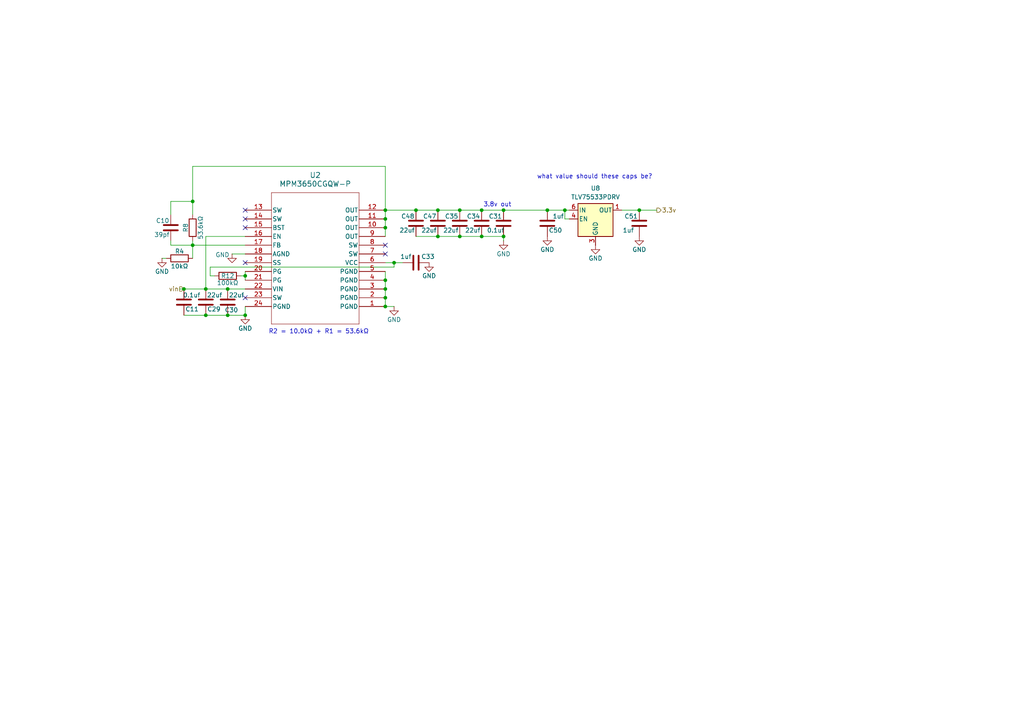
<source format=kicad_sch>
(kicad_sch (version 20250114) (generator "eeschema") (generator_version "9.0")
  (paper "A4")
  (lib_symbols
    (symbol "Device:C" (pin_numbers (hide yes)) (pin_names (offset 0.254))
      (property "Reference" "C" (at 0.635 2.54 0))
      (property "Value" "C" (at 0.635 -2.54 0))
      (symbol "C_0_1"
        (polyline (pts (xy -2.032 0.762) (xy 2.032 0.762)) (stroke (width 0.508)))
        (polyline (pts (xy -2.032 -0.762) (xy 2.032 -0.762)) (stroke (width 0.508)))
      )
      (symbol "C_1_1"
        (pin passive line (at 0 3.81 270) (length 2.794) (name "~") (number "1"))
        (pin passive line (at 0 -3.81 90) (length 2.794) (name "~") (number "2"))
      )
    )
    (symbol "Device:R" (pin_numbers (hide yes)) (pin_names (offset 0))
      (property "Reference" "R" (at 2.032 0 90))
      (property "Value" "R" (at 0 0 90))
      (symbol "R_0_1"
        (rectangle (start -1.016 -2.54) (end 1.016 2.54) (stroke (width 0.254)))
      )
      (symbol "R_1_1"
        (pin passive line (at 0 3.81 270) (length 1.27) (name "~") (number "1"))
        (pin passive line (at 0 -3.81 90) (length 1.27) (name "~") (number "2"))
      )
    )
    (symbol "MPM3650CGQW-P:MPM3650CGQW-P" (pin_names (offset 0.254))
      (property "Reference" "U" (at 20.32 10.16 0))
      (property "Value" "MPM3650CGQW-P" (at 20.32 7.62 0))
      (symbol "MPM3650CGQW-P_0_1"
        (polyline (pts (xy 7.62 5.08) (xy 7.62 -33.02)) (stroke (width 0.127)))
        (polyline (pts (xy 7.62 -33.02) (xy 33.02 -33.02)) (stroke (width 0.127)))
        (polyline (pts (xy 33.02 5.08) (xy 7.62 5.08)) (stroke (width 0.127)))
        (polyline (pts (xy 33.02 -33.02) (xy 33.02 5.08)) (stroke (width 0.127)))
        (pin power_in line (at 0 0 0) (length 7.62) (name "PGND") (number "1"))
        (pin power_in line (at 0 -2.54 0) (length 7.62) (name "PGND") (number "2"))
        (pin power_in line (at 0 -5.08 0) (length 7.62) (name "PGND") (number "3"))
        (pin power_in line (at 0 -7.62 0) (length 7.62) (name "PGND") (number "4"))
        (pin power_in line (at 0 -10.16 0) (length 7.62) (name "PGND") (number "5"))
        (pin power_in line (at 0 -12.7 0) (length 7.62) (name "VCC") (number "6"))
        (pin output line (at 0 -15.24 0) (length 7.62) (name "SW") (number "7"))
        (pin output line (at 0 -17.78 0) (length 7.62) (name "SW") (number "8"))
        (pin output line (at 0 -20.32 0) (length 7.62) (name "OUT") (number "9"))
        (pin output line (at 0 -22.86 0) (length 7.62) (name "OUT") (number "10"))
        (pin output line (at 0 -25.4 0) (length 7.62) (name "OUT") (number "11"))
        (pin output line (at 0 -27.94 0) (length 7.62) (name "OUT") (number "12"))
        (pin power_in line (at 40.64 0 180) (length 7.62) (name "PGND") (number "24"))
        (pin output line (at 40.64 -2.54 180) (length 7.62) (name "SW") (number "23"))
        (pin power_in line (at 40.64 -5.08 180) (length 7.62) (name "VIN") (number "22"))
        (pin output line (at 40.64 -7.62 180) (length 7.62) (name "PG") (number "21"))
        (pin output line (at 40.64 -10.16 180) (length 7.62) (name "PG") (number "20"))
        (pin unspecified line (at 40.64 -12.7 180) (length 7.62) (name "SS") (number "19"))
        (pin power_out line (at 40.64 -15.24 180) (length 7.62) (name "AGND") (number "18"))
        (pin unspecified line (at 40.64 -17.78 180) (length 7.62) (name "FB") (number "17"))
        (pin unspecified line (at 40.64 -20.32 180) (length 7.62) (name "EN") (number "16"))
        (pin unspecified line (at 40.64 -22.86 180) (length 7.62) (name "BST") (number "15"))
        (pin output line (at 40.64 -25.4 180) (length 7.62) (name "SW") (number "14"))
        (pin output line (at 40.64 -27.94 180) (length 7.62) (name "SW") (number "13"))
      )
    )
    (symbol "Regulator_Linear:TLV75533PDRV" (pin_names (offset 0.254))
      (property "Reference" "U" (at -3.81 5.715 0))
      (property "Value" "TLV75533PDRV" (at 0 5.715 0))
      (symbol "TLV75533PDRV_0_1"
        (rectangle (start -5.08 4.445) (end 5.08 -5.08) (stroke (width 0.254)) (fill (type background)))
      )
      (symbol "TLV75533PDRV_1_1"
        (pin power_in line (at -7.62 2.54 0) (length 2.54) (name "IN") (number "6"))
        (pin input line (at -7.62 0 0) (length 2.54) (name "EN") (number "4"))
        (pin power_in line (at 0 -7.62 90) (length 2.54) (name "GND") (number "3"))
        (pin passive line (at 0 -7.62 90) (length 2.54) (hide yes) (name "GND") (number "7"))
        (pin no_connect line (at 5.08 0 180) (length 2.54) (hide yes) (name "NC") (number "2"))
        (pin no_connect line (at 5.08 -2.54 180) (length 2.54) (hide yes) (name "NC") (number "5"))
        (pin power_out line (at 7.62 2.54 180) (length 2.54) (name "OUT") (number "1"))
      )
    )
    (symbol "power:GND" (power) (pin_numbers (hide yes)) (pin_names (offset 0) (hide yes))
      (property "Value" "GND" (at 0 -3.81 0))
      (symbol "GND_0_1"
        (polyline (pts (xy 0 0) (xy 0 -1.27) (xy 1.27 -1.27) (xy 0 -2.54) (xy -1.27 -1.27) (xy 0 -1.27)))
      )
      (symbol "GND_1_1"
        (pin power_in line (at 0 0 270) (length 0) (name "~") (number "1"))
      )
    )
  )
  (text "what value should these caps be? " (at 172.974 51.308 0) (effects (font (size 1.27 1.27))))
  (text "R2 = 10.0kΩ + R1 = 53.6kΩ" (at 92.456 96.266 0) (effects (font (size 1.27 1.27))))
  (text "3.8v out\n" (at 144.272 59.436 0) (effects (font (size 1.27 1.27))))
  (junction (at 127 60.96))
  (junction (at 111.76 81.28))
  (junction (at 133.35 60.96))
  (junction (at 120.65 60.96))
  (junction (at 55.88 58.42))
  (junction (at 53.34 83.82))
  (junction (at 111.76 88.9))
  (junction (at 139.7 60.96))
  (junction (at 111.76 66.04))
  (junction (at 139.7 68.58))
  (junction (at 111.76 86.36))
  (junction (at 66.04 91.44))
  (junction (at 66.04 83.82))
  (junction (at 111.76 63.5))
  (junction (at 158.75 60.96))
  (junction (at 59.69 83.82))
  (junction (at 111.76 60.96))
  (junction (at 146.05 60.96))
  (junction (at 185.42 60.96))
  (junction (at 55.88 71.12))
  (junction (at 146.05 68.58))
  (junction (at 163.83 60.96))
  (junction (at 127 68.58))
  (junction (at 71.12 91.44))
  (junction (at 133.35 68.58))
  (junction (at 114.3 76.2))
  (junction (at 59.69 91.44))
  (junction (at 71.12 80.01))
  (junction (at 111.76 83.82))
  (no_connect (at 71.12 63.5))
  (no_connect (at 111.76 71.12))
  (no_connect (at 71.12 66.04))
  (no_connect (at 71.12 60.96))
  (no_connect (at 111.76 73.66))
  (no_connect (at 71.12 76.2))
  (no_connect (at 71.12 86.36))
  (wire (pts (xy 158.75 60.96) (xy 163.83 60.96)))
  (wire (pts (xy 59.69 68.58) (xy 71.12 68.58)))
  (wire (pts (xy 53.34 83.82) (xy 59.69 83.82)))
  (wire (pts (xy 53.34 83.82) (xy 52.07 83.82)))
  (wire (pts (xy 111.76 63.5) (xy 111.76 66.04)))
  (wire (pts (xy 180.34 60.96) (xy 185.42 60.96)))
  (wire (pts (xy 66.04 91.44) (xy 71.12 91.44)))
  (wire (pts (xy 60.96 80.01) (xy 62.23 80.01)))
  (wire (pts (xy 49.53 58.42) (xy 55.88 58.42)))
  (wire (pts (xy 146.05 68.58) (xy 139.7 68.58)))
  (wire (pts (xy 59.69 91.44) (xy 66.04 91.44)))
  (wire (pts (xy 139.7 60.96) (xy 146.05 60.96)))
  (wire (pts (xy 146.05 60.96) (xy 158.75 60.96)))
  (wire (pts (xy 111.76 76.2) (xy 114.3 76.2)))
  (wire (pts (xy 55.88 58.42) (xy 55.88 62.23)))
  (wire (pts (xy 111.76 60.96) (xy 120.65 60.96)))
  (wire (pts (xy 49.53 69.85) (xy 49.53 71.12)))
  (wire (pts (xy 133.35 60.96) (xy 139.7 60.96)))
  (wire (pts (xy 111.76 48.26) (xy 55.88 48.26)))
  (wire (pts (xy 111.76 60.96) (xy 111.76 63.5)))
  (wire (pts (xy 139.7 68.58) (xy 133.35 68.58)))
  (wire (pts (xy 114.3 76.2) (xy 116.84 76.2)))
  (wire (pts (xy 127 60.96) (xy 133.35 60.96)))
  (wire (pts (xy 55.88 71.12) (xy 71.12 71.12)))
  (wire (pts (xy 59.69 83.82) (xy 66.04 83.82)))
  (wire (pts (xy 60.96 77.47) (xy 60.96 80.01)))
  (wire (pts (xy 120.65 60.96) (xy 127 60.96)))
  (wire (pts (xy 111.76 83.82) (xy 111.76 86.36)))
  (wire (pts (xy 55.88 48.26) (xy 55.88 58.42)))
  (wire (pts (xy 55.88 69.85) (xy 55.88 71.12)))
  (wire (pts (xy 163.83 63.5) (xy 163.83 60.96)))
  (wire (pts (xy 69.85 80.01) (xy 71.12 80.01)))
  (wire (pts (xy 165.1 63.5) (xy 163.83 63.5)))
  (wire (pts (xy 127 68.58) (xy 120.65 68.58)))
  (wire (pts (xy 67.31 73.66) (xy 71.12 73.66)))
  (wire (pts (xy 59.69 68.58) (xy 59.69 83.82)))
  (wire (pts (xy 71.12 78.74) (xy 71.12 80.01)))
  (wire (pts (xy 53.34 91.44) (xy 59.69 91.44)))
  (wire (pts (xy 49.53 58.42) (xy 49.53 62.23)))
  (wire (pts (xy 60.96 77.47) (xy 114.3 77.47)))
  (wire (pts (xy 71.12 80.01) (xy 71.12 81.28)))
  (wire (pts (xy 111.76 86.36) (xy 111.76 88.9)))
  (wire (pts (xy 71.12 88.9) (xy 71.12 91.44)))
  (wire (pts (xy 49.53 71.12) (xy 55.88 71.12)))
  (wire (pts (xy 133.35 68.58) (xy 127 68.58)))
  (wire (pts (xy 46.99 74.93) (xy 48.26 74.93)))
  (wire (pts (xy 111.76 81.28) (xy 111.76 83.82)))
  (wire (pts (xy 111.76 66.04) (xy 111.76 68.58)))
  (wire (pts (xy 111.76 78.74) (xy 111.76 81.28)))
  (wire (pts (xy 55.88 71.12) (xy 55.88 74.93)))
  (wire (pts (xy 111.76 88.9) (xy 114.3 88.9)))
  (wire (pts (xy 71.12 83.82) (xy 66.04 83.82)))
  (wire (pts (xy 114.3 77.47) (xy 114.3 76.2)))
  (wire (pts (xy 111.76 60.96) (xy 111.76 48.26)))
  (wire (pts (xy 163.83 60.96) (xy 165.1 60.96)))
  (wire (pts (xy 146.05 69.85) (xy 146.05 68.58)))
  (wire (pts (xy 185.42 60.96) (xy 190.5 60.96)))
  (hierarchical_label "vin" (shape input) (at 53.34 83.82 180))
  (hierarchical_label "3.3v" (shape output) (at 190.5 60.96 0))
  (symbol (lib_id "power:GND") (at 67.31 73.66 0) (unit 1)
    (property "Reference" "#PWR0102" (effects (hide yes)))
    (property "Value" "GND" (at 64.516 73.914 0))
    (property "Description" "Power symbol creates a global label with name \"GND\" , ground" (effects (hide yes)))
  )
  (symbol (lib_id "Device:C") (at 59.69 87.63 180) (unit 1)
    (property "Reference" "C29" (at 64.008 89.662 0) (effects (justify left)))
    (property "Value" "22uf" (at 64.516 85.598 0) (effects (justify left)))
    (property "Footprint" "Capacitor_SMD:C_0402_1005Metric" (effects (hide yes)))
    (property "Description" "Unpolarized capacitor" (effects (hide yes)))
  )
  (symbol (lib_id "power:GND") (at 114.3 88.9 0) (unit 1)
    (property "Reference" "#PWR0109" (effects (hide yes)))
    (property "Value" "GND" (at 114.3 92.71 0))
    (property "Description" "Power symbol creates a global label with name \"GND\" , ground" (effects (hide yes)))
  )
  (symbol (lib_id "power:GND") (at 71.12 91.44 0) (unit 1)
    (property "Reference" "#PWR0108" (effects (hide yes)))
    (property "Value" "GND" (at 71.12 95.25 0))
    (property "Description" "Power symbol creates a global label with name \"GND\" , ground" (effects (hide yes)))
  )
  (symbol (lib_id "power:GND") (at 124.46 76.2 0) (unit 1)
    (property "Reference" "#PWR0106" (effects (hide yes)))
    (property "Value" "GND" (at 124.46 80.01 0))
    (property "Description" "Power symbol creates a global label with name \"GND\" , ground" (effects (hide yes)))
  )
  (symbol (lib_id "Device:C") (at 53.34 87.63 180) (unit 1)
    (property "Reference" "C11" (at 57.658 89.662 0) (effects (justify left)))
    (property "Value" "0.1uf" (at 58.166 85.598 0) (effects (justify left)))
    (property "Footprint" "Capacitor_SMD:C_0402_1005Metric" (effects (hide yes)))
    (property "Description" "Unpolarized capacitor" (effects (hide yes)))
  )
  (symbol (lib_id "Device:C") (at 146.05 64.77 0) (unit 1)
    (property "Reference" "C31" (at 141.732 62.738 0) (effects (justify left)))
    (property "Value" "0.1uf" (at 141.224 66.802 0) (effects (justify left)))
    (property "Footprint" "Capacitor_SMD:C_0402_1005Metric" (effects (hide yes)))
    (property "Description" "Unpolarized capacitor" (effects (hide yes)))
  )
  (symbol (lib_id "Device:C") (at 120.65 64.77 0) (unit 1)
    (property "Reference" "C48" (at 116.332 62.738 0) (effects (justify left)))
    (property "Value" "22uf" (at 115.824 66.802 0) (effects (justify left)))
    (property "Footprint" "Capacitor_SMD:C_0402_1005Metric" (effects (hide yes)))
    (property "Description" "Unpolarized capacitor" (effects (hide yes)))
  )
  (symbol (lib_id "Device:C") (at 185.42 64.77 0) (unit 1)
    (property "Reference" "C51" (at 181.102 62.738 0) (effects (justify left)))
    (property "Value" "1uf" (at 180.594 66.802 0) (effects (justify left)))
    (property "Footprint" "Capacitor_SMD:C_0402_1005Metric" (effects (hide yes)))
    (property "Description" "Unpolarized capacitor" (effects (hide yes)))
  )
  (symbol (lib_id "power:GND") (at 172.72 71.12 0) (unit 1)
    (property "Reference" "#PWR0105" (effects (hide yes)))
    (property "Value" "GND" (at 172.72 74.93 0))
    (property "Description" "Power symbol creates a global label with name \"GND\" , ground" (effects (hide yes)))
  )
  (symbol (lib_id "Device:R") (at 66.04 80.01 270) (unit 1)
    (property "Reference" "R12" (at 66.04 80.01 90))
    (property "Value" "100kΩ" (at 66.04 82.042 90))
    (property "Footprint" "Resistor_SMD:R_0402_1005Metric" (effects (hide yes)))
    (property "Description" "Resistor" (effects (hide yes)))
  )
  (symbol (lib_id "Device:C") (at 158.75 64.77 180) (unit 1)
    (property "Reference" "C50" (at 163.068 66.802 0) (effects (justify left)))
    (property "Value" "1uf" (at 163.576 62.738 0) (effects (justify left)))
    (property "Footprint" "Capacitor_SMD:C_0402_1005Metric" (effects (hide yes)))
    (property "Description" "Unpolarized capacitor" (effects (hide yes)))
  )
  (symbol (lib_id "power:GND") (at 46.99 74.93 0) (unit 1)
    (property "Reference" "#PWR0101" (effects (hide yes)))
    (property "Value" "GND" (at 46.99 78.74 0))
    (property "Description" "Power symbol creates a global label with name \"GND\" , ground" (effects (hide yes)))
  )
  (symbol (lib_id "Device:C") (at 133.35 64.77 0) (unit 1)
    (property "Reference" "C35" (at 129.032 62.738 0) (effects (justify left)))
    (property "Value" "22uf" (at 128.524 66.802 0) (effects (justify left)))
    (property "Footprint" "Capacitor_SMD:C_0402_1005Metric" (effects (hide yes)))
    (property "Description" "Unpolarized capacitor" (effects (hide yes)))
  )
  (symbol (lib_id "Device:C") (at 139.7 64.77 0) (unit 1)
    (property "Reference" "C34" (at 135.382 62.738 0) (effects (justify left)))
    (property "Value" "22uf" (at 134.874 66.802 0) (effects (justify left)))
    (property "Footprint" "Capacitor_SMD:C_0402_1005Metric" (effects (hide yes)))
    (property "Description" "Unpolarized capacitor" (effects (hide yes)))
  )
  (symbol (lib_id "power:GND") (at 146.05 69.85 0) (unit 1)
    (property "Reference" "#PWR0107" (effects (hide yes)))
    (property "Value" "GND" (at 146.05 73.66 0))
    (property "Description" "Power symbol creates a global label with name \"GND\" , ground" (effects (hide yes)))
  )
  (symbol (lib_id "Device:C") (at 120.65 76.2 270) (unit 1)
    (property "Reference" "C33" (at 122.174 74.422 90) (effects (justify left)))
    (property "Value" "1uf" (at 116.078 74.422 90) (effects (justify left)))
    (property "Footprint" "Capacitor_SMD:C_0402_1005Metric" (effects (hide yes)))
    (property "Description" "Unpolarized capacitor" (effects (hide yes)))
  )
  (symbol (lib_id "Device:C") (at 49.53 66.04 0) (unit 1)
    (property "Reference" "C10" (at 45.212 64.008 0) (effects (justify left)))
    (property "Value" "39pf" (at 44.704 68.072 0) (effects (justify left)))
    (property "Footprint" "Capacitor_SMD:C_0402_1005Metric" (effects (hide yes)))
    (property "Description" "Unpolarized capacitor" (effects (hide yes)))
  )
  (symbol (lib_id "MPM3650CGQW-P:MPM3650CGQW-P") (at 111.76 88.9 180) (unit 1)
    (property "Reference" "U2" (at 91.44 50.8 0) (effects (font (size 1.524 1.524))))
    (property "Value" "MPM3650CGQW-P" (at 91.44 53.34 0) (effects (font (size 1.524 1.524))))
    (property "Footprint" "QFN-24_MPM3650_MNP" (effects (hide yes)))
    (property "Datasheet" "https://www.monolithicpower.com/en/documentview/productdocument/index/version/2/document_type/Datasheet/lang/en/sku/MPM3650CGQW-Z" (effects (hide yes)))
  )
  (symbol (lib_id "Device:R") (at 52.07 74.93 90) (unit 1)
    (property "Reference" "R4" (at 52.07 72.898 90))
    (property "Value" "10kΩ" (at 52.07 77.216 90))
    (property "Footprint" "Resistor_SMD:R_0402_1005Metric" (effects (hide yes)))
    (property "Description" "Resistor" (effects (hide yes)))
  )
  (symbol (lib_id "power:GND") (at 158.75 68.58 0) (unit 1)
    (property "Reference" "#PWR0110" (effects (hide yes)))
    (property "Value" "GND" (at 158.75 72.39 0))
    (property "Description" "Power symbol creates a global label with name \"GND\" , ground" (effects (hide yes)))
  )
  (symbol (lib_id "power:GND") (at 185.42 68.58 0) (unit 1)
    (property "Reference" "#PWR0111" (effects (hide yes)))
    (property "Value" "GND" (at 185.42 72.39 0))
    (property "Description" "Power symbol creates a global label with name \"GND\" , ground" (effects (hide yes)))
  )
  (symbol (lib_id "Regulator_Linear:TLV75533PDRV") (at 172.72 63.5 0) (unit 1)
    (property "Reference" "U8" (at 172.72 54.61 0))
    (property "Value" "TLV75533PDRV" (at 172.72 57.15 0))
    (property "Footprint" "Package_SON:WSON-6-1EP_2x2mm_P0.65mm_EP1x1.6mm" (effects (hide yes)))
    (property "Datasheet" "http://www.ti.com/lit/ds/symlink/tlv755p.pdf" (effects (hide yes)))
    (property "Description" "500mA Low Dropout Voltage Regulator, Fixed Output 3.3V, WSON6" (effects (hide yes)))
  )
  (symbol (lib_id "Device:C") (at 66.04 87.63 180) (unit 1)
    (property "Reference" "C30" (at 69.088 89.916 0) (effects (justify left)))
    (property "Value" "22uf" (at 70.866 85.598 0) (effects (justify left)))
    (property "Footprint" "Capacitor_SMD:C_0402_1005Metric" (effects (hide yes)))
    (property "Description" "Unpolarized capacitor" (effects (hide yes)))
  )
  (symbol (lib_id "Device:R") (at 55.88 66.04 180) (unit 1)
    (property "Reference" "R8" (at 53.848 66.04 90))
    (property "Value" "53.6kΩ" (at 58.166 66.04 90))
    (property "Footprint" "Resistor_SMD:R_0402_1005Metric" (effects (hide yes)))
    (property "Description" "Resistor" (effects (hide yes)))
  )
  (symbol (lib_id "Device:C") (at 127 64.77 0) (unit 1)
    (property "Reference" "C47" (at 122.682 62.738 0) (effects (justify left)))
    (property "Value" "22uf" (at 122.174 66.802 0) (effects (justify left)))
    (property "Footprint" "Capacitor_SMD:C_0402_1005Metric" (effects (hide yes)))
    (property "Description" "Unpolarized capacitor" (effects (hide yes)))
  )
)
</source>
